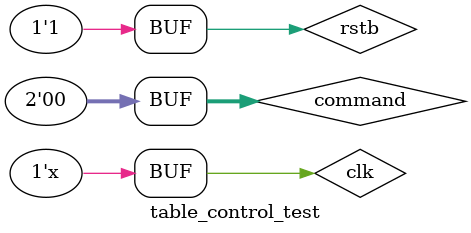
<source format=v>
module table_control_test ();
reg clk;
reg rstb;
wire [26:0] tdata_0, tdata_1, tdata_2;
reg [1:0] command;
initial begin
    clk = 0;
    rstb = 0;
    command = 0;
    #1 rstb = 1;
    #8 command = 2'b01;
    #8 command = 0;
    #400 command = 2'b01;
    #8 command = 0;
    #104 command = 2'b11;
    #8 command = 0;
    #16 command = 2'b10;
    #8 command = 0;
    #8 command = 2'b01;
    #8 command = 0;
end
always @(clk) begin
    clk <= #4 ~clk;
end
    table_control ictrl ( .clk          (clk)
                        , .ctrl_reset_n (rstb)
                        , .tdatai       ('0)
                        , .twraddr      ('0)
                        , .twren        ('0)
                        , .tdata_0      (tdata_0)
                        , .tdata_1      (tdata_1)
                        , .tdata_2      (tdata_2)
                        , .command      (command)
                        );
endmodule
</source>
